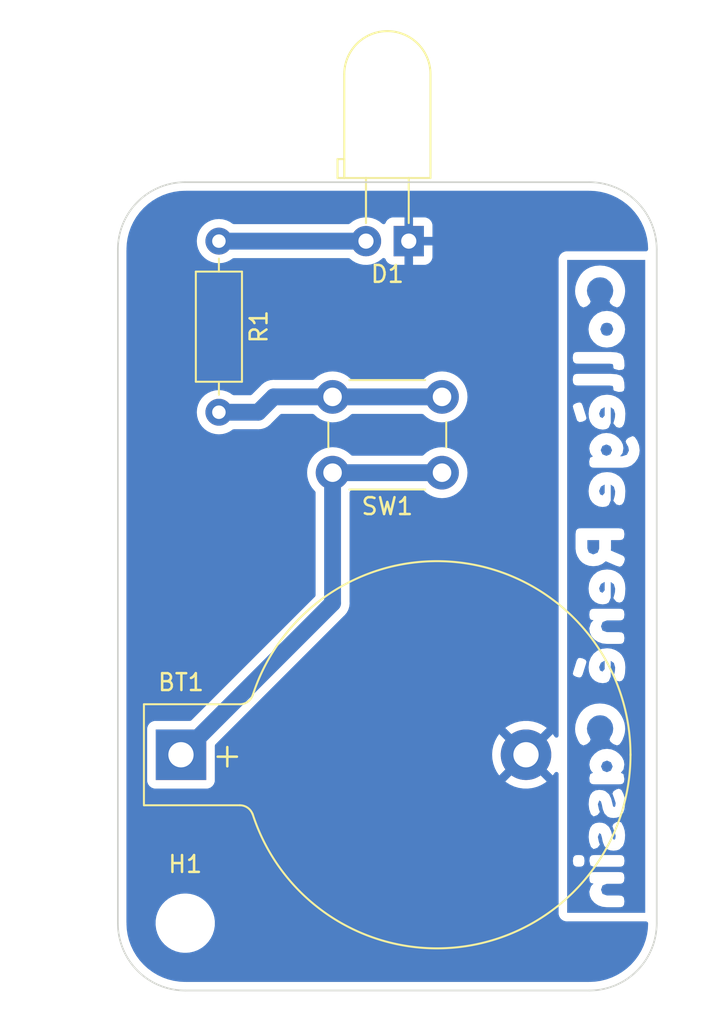
<source format=kicad_pcb>
(kicad_pcb (version 20211014) (generator pcbnew)
  (layers (0 "F.Cu" signal) (31 "B.Cu" signal) (34 "B.Paste" user) (35 "F.Paste" user) (36 "B.SilkS" user "B.Silkscreen") (37 "F.SilkS" user "F.Silkscreen") (38 "B.Mask" user) (39 "F.Mask" user) (44 "Edge.Cuts" user))
  (net 0 "")
  (net 1 "Net-(BT1-Pad1)")
  (net 2 "GND")
  (net 3 "Net-(D1-Pad2)")
  (net 4 "Net-(R1-Pad2)")
  (footprint "MountingHole:MountingHole_2.5mm" (layer "F.Cu") (at 123 109)
    (fp_text reference "H1" (at 0 -3.5) (layer "F.SilkS"))
    (fp_text value "MountingHole_Pad" hide)
    (pad "" np_thru_hole circle (at 0 0) (size 2.5 2.5) (drill 2.5) (layers *.Cu *.Mask))
  )
  (footprint "LED_THT:LED_D5.0mm_Horizontal_O3.81mm_Z15.0mm" (layer "F.Cu") (at 136.275 68.5 180)
    (fp_text reference "D1" (at 1.27 -1.96) (layer "F.SilkS"))
    (fp_text value "LED")
    (fp_line (start 2.54 3.75) (end 2.54 3.75) (layer "F.SilkS") (width 0.12))
    (fp_line (start 0 3.75) (end 0 3.75) (layer "F.SilkS") (width 0.12))
    (fp_line (start 2.54 3.75) (end 2.54 1.08) (layer "F.SilkS") (width 0.12))
    (fp_line (start 4.23 4.87) (end 3.83 4.87) (layer "F.SilkS") (width 0.12))
    (fp_line (start 0 3.75) (end 0 1.08) (layer "F.SilkS") (width 0.12))
    (fp_line (start 0 1.08) (end 0 1.08) (layer "F.SilkS") (width 0.12))
    (fp_line (start 3.83 3.75) (end 3.83 9.91) (layer "F.SilkS") (width 0.12))
    (fp_line (start 3.83 3.75) (end 4.23 3.75) (layer "F.SilkS") (width 0.12))
    (fp_line (start -1.29 3.75) (end -1.29 9.91) (layer "F.SilkS") (width 0.12))
    (fp_line (start 2.54 1.08) (end 2.54 3.75) (layer "F.SilkS") (width 0.12))
    (fp_line (start 2.54 1.08) (end 2.54 1.08) (layer "F.SilkS") (width 0.12))
    (fp_line (start 0 1.08) (end 0 3.75) (layer "F.SilkS") (width 0.12))
    (fp_line (start 4.23 3.75) (end 4.23 4.87) (layer "F.SilkS") (width 0.12))
    (fp_line (start -1.29 3.75) (end 3.83 3.75) (layer "F.SilkS") (width 0.12))
    (fp_line (start 3.83 4.87) (end 3.83 3.75) (layer "F.SilkS") (width 0.12))
    (fp_arc (start 3.83 9.91) (mid 1.27 12.47) (end -1.29 9.91) (layer "F.SilkS") (width 0.12))
    (pad "1" thru_hole rect (at 0 0 180) (size 1.8 1.8) (drill 0.9) (layers *.Cu *.Mask) (net 2 "GND"))
    (pad "2" thru_hole circle (at 2.54 0 180) (size 1.8 1.8) (drill 0.9) (layers *.Cu *.Mask) (net 3 "Net-(D1-Pad2)"))
  )
  (footprint "Resistor_THT:R_Axial_DIN0207_L6.3mm_D2.5mm_P10.16mm_Horizontal" (layer "F.Cu") (at 125 68.5 -90)
    (fp_text reference "R1" (at 5.08 -2.37 90) (layer "F.SilkS"))
    (fp_text value "R")
    (fp_line (start 1.81 -1.37) (end 1.81 1.37) (layer "F.SilkS") (width 0.12))
    (fp_line (start 1.81 1.37) (end 8.35 1.37) (layer "F.SilkS") (width 0.12))
    (fp_line (start 9.12 0) (end 8.35 0) (layer "F.SilkS") (width 0.12))
    (fp_line (start 8.35 1.37) (end 8.35 -1.37) (layer "F.SilkS") (width 0.12))
    (fp_line (start 8.35 -1.37) (end 1.81 -1.37) (layer "F.SilkS") (width 0.12))
    (fp_line (start 1.04 0) (end 1.81 0) (layer "F.SilkS") (width 0.12))
    (pad "1" thru_hole circle (at 0 0 270) (size 1.6 1.6) (drill 0.8) (layers *.Cu *.Mask) (net 3 "Net-(D1-Pad2)"))
    (pad "2" thru_hole oval (at 10.16 0 270) (size 1.6 1.6) (drill 0.8) (layers *.Cu *.Mask) (net 4 "Net-(R1-Pad2)"))
  )
  (footprint "Battery:BatteryHolder_Keystone_103_1x20mm" (layer "F.Cu") (at 122.747584 99)
    (fp_text reference "BT1" (at 0 -4.3) (layer "F.SilkS"))
    (fp_text value "Battery_Cell")
    (fp_text user "+" (at 2.75 0) (layer "F.SilkS") (effects (font (size 1.5 1.5))))
    (fp_line (start -2.2 -3) (end 3.5 -3) (layer "F.SilkS") (width 0.12))
    (fp_line (start -2.2 3) (end 3.5 3) (layer "F.SilkS") (width 0.12))
    (fp_line (start -2.2 3) (end -2.2 -3) (layer "F.SilkS") (width 0.12))
    (fp_arc (start 26.695671 -0.045281) (mid 16.993514 11.35499) (end 4.25 3.5) (layer "F.SilkS") (width 0.12))
    (fp_arc (start 3.5 3) (mid 3.958861 3.144678) (end 4.251754 3.526384) (layer "F.SilkS") (width 0.12))
    (fp_arc (start 4.25 -3.5) (mid 16.993514 -11.35499) (end 26.695671 0.045281) (layer "F.SilkS") (width 0.12))
    (fp_arc (start 4.251754 -3.526384) (mid 3.958861 -3.144678) (end 3.5 -3) (layer "F.SilkS") (width 0.12))
    (pad "1" thru_hole rect (at 0 0) (size 3 3) (drill 1.5) (layers *.Cu *.Mask) (net 1 "Net-(BT1-Pad1)"))
    (pad "2" thru_hole circle (at 20.49 0) (size 3 3) (drill 1.5) (layers *.Cu *.Mask) (net 2 "GND"))
  )
  (footprint "Button_Switch_THT:SW_PUSH_6mm" (layer "F.Cu") (at 138.25 82.25 180)
    (fp_text reference "SW1" (at 3.25 -2) (layer "F.SilkS"))
    (fp_text value "SW_Push")
    (fp_line (start 5.5 -1) (end 1 -1) (layer "F.SilkS") (width 0.12))
    (fp_line (start 1 5.5) (end 5.5 5.5) (layer "F.SilkS") (width 0.12))
    (fp_line (start 6.75 3) (end 6.75 1.5) (layer "F.SilkS") (width 0.12))
    (fp_line (start -0.25 1.5) (end -0.25 3) (layer "F.SilkS") (width 0.12))
    (pad "1" thru_hole circle (at 0 0 270) (size 2 2) (drill 1.1) (layers *.Cu *.Mask) (net 1 "Net-(BT1-Pad1)"))
    (pad "1" thru_hole circle (at 6.5 0 270) (size 2 2) (drill 1.1) (layers *.Cu *.Mask) (net 1 "Net-(BT1-Pad1)"))
    (pad "2" thru_hole circle (at 0 4.5 270) (size 2 2) (drill 1.1) (layers *.Cu *.Mask) (net 4 "Net-(R1-Pad2)"))
    (pad "2" thru_hole circle (at 6.5 4.5 270) (size 2 2) (drill 1.1) (layers *.Cu *.Mask) (net 4 "Net-(R1-Pad2)"))
  )
  (footprint "kibuzzard-62986B6A" (layer "B.Cu") (at 148 89 -90)
    (fp_text reference "kibuzzard-62986B6A" hide)
    (fp_text value "G***" hide)
    (fp_poly (pts (xy 4.913313 0.091281) (xy 5.064125 0.218281) (xy 4.994672 0.365125) (xy 4.796234 0.420688) (xy 4.54025 0.315516) (xy 4.41325 0.091281) (xy 4.913313 0.091281)) (layer "B.Cu") (width 0) (fill solid))
    (fp_poly (pts (xy 0.234156 0.091281) (xy 0.384969 0.218281) (xy 0.315516 0.365125) (xy 0.117078 0.420688) (xy -0.138906 0.315516) (xy -0.265906 0.091281) (xy 0.234156 0.091281)) (layer "B.Cu") (width 0) (fill solid))
    (fp_poly (pts (xy 10.342563 -0.043656) (xy 10.44575 -0.279797) (xy 10.695781 -0.384969) (xy 10.939859 -0.277813) (xy 11.037094 -0.041672) (xy 10.943828 0.198438) (xy 10.693797 0.309563) (xy 10.439797 0.198438) (xy 10.342563 -0.043656)) (layer "B.Cu") (width 0) (fill solid))
    (fp_poly (pts (xy -19.053969 2.319073) (xy -18.514715 1.510605) (xy -18.31975 1.635125) (xy -18.060017 1.754188) (xy -17.799403 1.825625) (xy -17.537906 1.849438) (xy -17.349887 1.835051) (xy -17.158891 1.791891) (xy -16.867188 1.674813) (xy -16.771938 1.61925) (xy -16.660812 1.547813) (xy -16.557625 1.359297) (xy -16.640969 1.139031) (xy -16.787813 0.978297) (xy -16.918781 0.924719) (xy -17.121188 1.012031) (xy -17.315656 1.113234) (xy -17.565688 1.146969) (xy -17.821672 1.10232) (xy -18.073688 0.968375) (xy -18.272125 0.722313) (xy -18.331656 0.553145) (xy -18.3515 0.363141) (xy -18.331656 0.173137) (xy -18.272125 0.003969) (xy -18.069719 -0.246063) (xy -17.822664 -0.377031) (xy -17.565688 -0.420688) (xy -17.333516 -0.388938) (xy -17.17675 -0.325438) (xy -17.105313 -0.273844) (xy -16.914813 -0.194469) (xy -16.78682 -0.250031) (xy -16.648906 -0.416719) (xy -16.561594 -0.638969) (xy -16.615172 -0.777875) (xy -16.740188 -0.877094) (xy -16.877109 -0.960438) (xy -17.145 -1.063625) (xy -17.343934 -1.11125) (xy -17.535922 -1.127125) (xy -17.72543 -1.114723) (xy -17.916922 -1.077516) (xy -18.112383 -1.011039) (xy -18.313797 -0.910828) (xy -18.50777 -0.780852) (xy -18.680906 -0.625078) (xy -18.829238 -0.432594) (xy -18.948797 -0.192484) (xy -19.027676 0.082848) (xy -19.053969 0.381) (xy -19.028172 0.676176) (xy -18.950781 0.942578) (xy -18.833207 1.172766) (xy -18.686859 1.359297) (xy -18.514715 1.510605) (xy -19.053969 2.319073) (xy -19.384698 2.319073) (xy -19.384698 -2.319073) (xy -15.775781 -0.994172) (xy -16.002496 -0.83443) (xy -16.190516 -0.613172) (xy -16.31702 -0.344785) (xy -16.359188 -0.043656) (xy -16.322146 0.255323) (xy -16.211021 0.51726) (xy -16.025813 0.742156) (xy -15.792979 0.914135) (xy -15.538979 1.017323) (xy -15.263813 1.051719) (xy -14.989087 1.017543) (xy -13.918406 1.639094) (xy -13.912453 1.776016) (xy -13.878719 1.881188) (xy -13.773547 1.961555) (xy -13.569156 1.988344) (xy -13.372703 1.961555) (xy -13.267531 1.881188) (xy -13.229828 1.774031) (xy -13.223875 1.635125) (xy -12.620625 1.639094) (xy -12.614672 1.776016) (xy -12.580938 1.881188) (xy -12.475766 1.961555) (xy -12.271375 1.988344) (xy -12.074922 1.961555) (xy -11.96975 1.881188) (xy -11.932047 1.774031) (xy -11.926094 1.635125) (xy -10.0965 1.198563) (xy -10.751344 1.404938) (xy -10.89025 1.480344) (xy -10.922 1.589484) (xy -10.89025 1.750219) (xy -10.80393 1.925836) (xy -10.695781 1.984375) (xy -10.576719 1.956594) (xy -9.921875 1.754188) (xy -9.838531 1.722438) (xy -9.751219 1.589484) (xy -9.782969 1.404938) (xy -9.869289 1.22932) (xy -9.977438 1.170781) (xy -10.0965 1.198563) (xy -11.926094 1.635125) (xy -11.926094 -0.202406) (xy -11.902281 -0.382984) (xy -11.797109 -0.420688) (xy -11.687969 -0.426641) (xy -11.6205 -0.460375) (xy -11.27125 -0.547247) (xy -11.354594 -0.307799) (xy -11.382375 -0.051594) (xy -11.346436 0.259512) (xy -11.238618 0.52608) (xy -11.058922 0.748109) (xy -10.825427 0.914576) (xy -10.556214 1.014457) (xy -10.251281 1.04775) (xy -9.993809 1.023441) (xy -9.773047 0.950516) (xy -9.588996 0.828973) (xy -9.441656 0.658813) (xy -9.340453 0.443012) (xy -9.306719 0.208359) (xy -9.33698 -0.003969) (xy -9.427766 -0.152797) (xy -9.695656 -0.269875) (xy -10.63625 -0.269875) (xy -10.505281 -0.456406) (xy -10.243344 -0.531813) (xy -10.037961 -0.519906) (xy -9.882188 -0.484188) (xy -9.838531 -0.468313) (xy -9.679781 -0.424656) (xy -9.4615 -0.60325) (xy -9.409906 -0.785813) (xy -9.46274 -0.940346) (xy -9.621242 -1.050727) (xy -8.41838 -0.990203) (xy -8.624094 -0.889) (xy -8.820547 -0.720328) (xy -8.980399 -0.506677) (xy -9.076311 -0.270536) (xy -9.108281 -0.011906) (xy -9.07609 0.246944) (xy -8.979517 0.483747) (xy -8.818563 0.6985) (xy -8.619243 0.868274) (xy -8.407576 0.970139) (xy -8.183563 1.004094) (xy -7.9375 0.954484) (xy -7.784703 0.863203) (xy -7.719219 0.785813) (xy -7.637859 0.954484) (xy -7.413625 1.012031) (xy -7.187406 0.988219) (xy -7.086203 0.906859) (xy -7.050484 0.805656) (xy -7.044531 0.670719) (xy -6.750623 0.259512) (xy -6.642806 0.52608) (xy -6.463109 0.748109) (xy -6.229615 0.914576) (xy -5.960401 1.014457) (xy -5.655469 1.04775) (xy -5.397996 1.023441) (xy -5.177234 0.950516) (xy -4.993184 0.828973) (xy -4.845844 0.658813) (xy -4.744641 0.443012) (xy -4.710906 0.208359) (xy -4.741168 -0.003969) (xy -4.831953 -0.152797) (xy -5.099844 -0.269875) (xy -6.040438 -0.269875) (xy -5.909469 -0.456406) (xy -5.647531 -0.531813) (xy -5.442148 -0.519906) (xy -5.286375 -0.484188) (xy -5.242719 -0.468313) (xy -5.083969 -0.424656) (xy -4.865688 -0.60325) (xy -4.814094 -0.785813) (xy -3.448844 -0.73025) (xy -3.448844 1.472406) (xy -3.442891 1.609328) (xy -3.405188 1.7145) (xy -3.300016 1.794867) (xy -3.095625 1.821656) (xy -2.238375 1.821656) (xy -2.007747 1.793434) (xy -1.781528 1.708767) (xy -1.559719 1.567656) (xy -1.414859 1.422797) (xy 4.472781 1.170781) (xy 4.364633 1.22932) (xy 4.278313 1.404938) (xy 4.246563 1.567656) (xy 4.274344 1.670844) (xy 4.417219 1.754188) (xy 5.072063 1.956594) (xy 5.191125 1.984375) (xy 5.298281 1.925836) (xy 5.381625 1.750219) (xy 5.413375 1.589484) (xy 5.385594 1.488281) (xy 5.242719 1.404938) (xy 4.591844 1.198563) (xy 4.472781 1.170781) (xy -1.414859 1.422797) (xy -1.297781 1.234281) (xy -1.220391 1.012031) (xy -1.194594 0.765969) (xy -1.227667 0.484628) (xy -1.326885 0.238566) (xy -1.49225 0.027781) (xy -1.423458 -0.134938) (xy -1.3335 -0.342635) (xy -0.892969 -0.547247) (xy -0.976313 -0.307799) (xy -1.004094 -0.051594) (xy -0.968155 0.259512) (xy -0.860337 0.52608) (xy -0.680641 0.748109) (xy -0.447146 0.914576) (xy -0.177932 1.014457) (xy 0.127 1.04775) (xy 0.384473 1.023441) (xy 0.605234 0.950516) (xy 0.789285 0.828973) (xy 0.936625 0.658813) (xy 1.037828 0.443012) (xy 1.071563 0.208359) (xy 1.041301 -0.003969) (xy 1.329531 -0.734219) (xy 1.329531 0.670719) (xy 1.335484 0.803672) (xy 1.373188 0.904875) (xy 1.477367 0.979289) (xy 1.678781 1.004094) (xy 1.874242 0.981273) (xy 1.976438 0.912813) (xy 2.016125 0.750094) (xy 2.087563 0.829469) (xy 2.194719 0.912813) (xy 2.492375 1.004094) (xy 2.742186 0.970359) (xy 2.962451 0.869156) (xy 3.153172 0.700484) (xy 3.299795 0.483306) (xy 3.387769 0.236582) (xy 3.417094 -0.039688) (xy 3.702844 -0.307799) (xy 3.675063 -0.051594) (xy 3.711002 0.259512) (xy 3.818819 0.52608) (xy 3.998516 0.748109) (xy 4.23201 0.914576) (xy 4.501224 1.014457) (xy 4.806156 1.04775) (xy 5.063629 1.023441) (xy 5.284391 0.950516) (xy 5.468441 0.828973) (xy 5.615781 0.658813) (xy 5.716984 0.443012) (xy 5.750719 0.208359) (xy 5.720457 -0.003969) (xy 5.629672 -0.152797) (xy 5.361781 -0.269875) (xy 4.421188 -0.269875) (xy 4.552156 -0.456406) (xy 4.814094 -0.531813) (xy 5.019477 -0.519906) (xy 5.17525 -0.484188) (xy 5.218906 -0.468313) (xy 5.377656 -0.424656) (xy 7.17798 -0.432594) (xy 7.058422 -0.192484) (xy 6.979543 0.082848) (xy 6.95325 0.381) (xy 6.979047 0.676176) (xy 7.056438 0.942578) (xy 7.174012 1.172766) (xy 7.320359 1.359297) (xy 7.492504 1.510605) (xy 7.687469 1.635125) (xy 7.947201 1.754188) (xy 8.207816 1.825625) (xy 8.469313 1.849438) (xy 8.657332 1.835051) (xy 8.848328 1.791891) (xy 9.140031 1.674813) (xy 9.235281 1.61925) (xy 9.346406 1.547813) (xy 9.449594 1.359297) (xy 9.36625 1.139031) (xy 9.219406 0.978297) (xy 10.147212 0.86166) (xy 10.363509 0.965509) (xy 10.592594 1.000125) (xy 10.838656 0.9525) (xy 10.993438 0.863203) (xy 11.064875 0.781844) (xy 11.155164 0.948531) (xy 11.378406 1.004094) (xy 11.608594 0.980281) (xy 11.713766 0.896938) (xy 11.749484 0.791766) (xy 11.755438 0.654844) (xy 11.755438 -0.734219) (xy 11.749484 -0.871141) (xy 12.088813 -0.900906) (xy 12.013406 -0.750094) (xy 12.051109 -0.620117) (xy 12.164219 -0.436563) (xy 12.305109 -0.369094) (xy 12.569031 -0.466328) (xy 12.870656 -0.563563) (xy 13.052227 -0.53975) (xy 13.11275 -0.468313) (xy 13.046273 -0.402828) (xy 12.846844 -0.357188) (xy 12.597805 -0.292695) (xy 12.35075 -0.170656) (xy 12.16025 0.053578) (xy 12.103695 0.220762) (xy 12.084844 0.416719) (xy 12.119293 0.642461) (xy 12.222639 0.818039) (xy 12.394883 0.943451) (xy 12.636024 1.018699) (xy 12.946063 1.043781) (xy 13.231813 1.010047) (xy 13.5255 0.908844) (xy 13.664406 0.750094) (xy 13.577094 0.515938) (xy 13.3985 0.377031) (xy 13.221891 0.436563) (xy 12.942094 0.496094) (xy 12.707938 0.408781) (xy 12.775406 0.310555) (xy 12.977813 0.254) (xy 13.235781 0.202406) (xy 13.485813 0.103188) (xy 13.678297 -0.089297) (xy 13.73634 -0.243582) (xy 13.755688 -0.432594) (xy 13.73634 -0.62359) (xy 13.678297 -0.783828) (xy 13.462 -1.000125) (xy 13.278335 -1.068476) (xy 13.066007 -1.109486) (xy 12.825016 -1.123156) (xy 12.573 -1.098462) (xy 12.327599 -1.024378) (xy 12.088813 -0.900906) (xy 11.749484 -0.871141) (xy 11.71575 -0.976313) (xy 11.620004 -1.053703) (xy 11.443891 -1.0795) (xy 11.154172 -1.025922) (xy 11.068844 -0.869156) (xy 10.872887 -1.026914) (xy 10.578703 -1.0795) (xy 10.355351 -1.044663) (xy 10.143023 -0.940153) (xy 9.941719 -0.765969) (xy 9.778559 -0.545703) (xy 9.680663 -0.302948) (xy 9.648031 -0.037703) (xy 9.680884 0.227321) (xy 9.779441 0.469415) (xy 9.943703 0.688578) (xy 10.147212 0.86166) (xy 9.219406 0.978297) (xy 9.088438 0.924719) (xy 8.886031 1.012031) (xy 8.691563 1.113234) (xy 8.441531 1.146969) (xy 8.185547 1.10232) (xy 7.933531 0.968375) (xy 7.735094 0.722313) (xy 7.675563 0.553145) (xy 7.655719 0.363141) (xy 7.675563 0.173137) (xy 7.735094 0.003969) (xy 7.9375 -0.246063) (xy 8.184555 -0.377031) (xy 8.441531 -0.420688) (xy 8.673703 -0.388938) (xy 8.830469 -0.325438) (xy 8.901906 -0.273844) (xy 9.092406 -0.194469) (xy 9.220398 -0.250031) (xy 9.358313 -0.416719) (xy 9.445625 -0.638969) (xy 9.392047 -0.777875) (xy 9.267031 -0.877094) (xy 9.130109 -0.960438) (xy 8.862219 -1.063625) (xy 8.663285 -1.11125) (xy 8.471297 -1.127125) (xy 8.281789 -1.114723) (xy 8.090297 -1.077516) (xy 7.894836 -1.011039) (xy 7.693422 -0.910828) (xy 7.499449 -0.780852) (xy 7.326313 -0.625078) (xy 7.17798 -0.432594) (xy 5.377656 -0.424656) (xy 5.595938 -0.60325) (xy 5.647531 -0.785813) (xy 5.594697 -0.940346) (xy 5.436195 -1.050727) (xy 5.172025 -1.116955) (xy 4.802188 -1.139031) (xy 4.524871 -1.11373) (xy 4.280297 -1.037828) (xy 4.077395 -0.920254) (xy 3.925094 -0.769938) (xy 3.786188 -0.547247) (xy 3.702844 -0.307799) (xy 3.417094 -0.039688) (xy 3.417094 -0.738188) (xy 3.411141 -0.875109) (xy 3.377406 -0.976313) (xy 3.272234 -1.05668) (xy 3.067844 -1.083469) (xy 2.845594 -1.046758) (xy 2.742406 -0.936625) (xy 2.718594 -0.734219) (xy 2.718594 -0.035719) (xy 2.625328 0.218281) (xy 2.375297 0.309563) (xy 2.121297 0.214313) (xy 2.024062 -0.035719) (xy 2.024062 -0.738188) (xy 2.018109 -0.875109) (xy 1.980406 -0.976313) (xy 1.878211 -1.05668) (xy 1.674813 -1.083469) (xy 1.473398 -1.05668) (xy 1.369219 -0.976313) (xy 1.335484 -0.871141) (xy 1.329531 -0.734219) (xy 1.041301 -0.003969) (xy 0.950516 -0.152797) (xy 0.682625 -0.269875) (xy -0.257969 -0.269875) (xy -0.127 -0.456406) (xy 0.134938 -0.531813) (xy 0.34032 -0.519906) (xy 0.496094 -0.484188) (xy 0.53975 -0.468313) (xy 0.6985 -0.424656) (xy 0.916781 -0.60325) (xy 0.968375 -0.785813) (xy 0.915541 -0.940346) (xy 0.757039 -1.050727) (xy 0.492869 -1.116955) (xy 0.123031 -1.139031) (xy -0.154285 -1.11373) (xy -0.398859 -1.037828) (xy -0.601762 -0.920254) (xy -0.754063 -0.769938) (xy -0.892969 -0.547247) (xy -1.3335 -0.342635) (xy -1.222375 -0.595313) (xy -1.162844 -0.801688) (xy -1.224359 -0.940594) (xy -1.408906 -1.055688) (xy -1.613297 -1.11125) (xy -1.740297 -1.073547) (xy -1.813719 -0.996156) (xy -1.865753 -0.882826) (xy -1.968941 -0.643378) (xy -2.123281 -0.277813) (xy -2.246313 -0.28575) (xy -2.746375 -0.28575) (xy -2.746375 -0.734219) (xy -2.752328 -0.871141) (xy -2.790031 -0.976313) (xy -2.895203 -1.05668) (xy -3.099594 -1.083469) (xy -3.319859 -1.046758) (xy -3.425031 -0.936625) (xy -3.448844 -0.73025) (xy -4.814094 -0.785813) (xy -4.866928 -0.940346) (xy -5.02543 -1.050727) (xy -5.2896 -1.116955) (xy -5.659438 -1.139031) (xy -5.936754 -1.11373) (xy -6.181328 -1.037828) (xy -6.38423 -0.920254) (xy -6.536531 -0.769938) (xy -6.675438 -0.547247) (xy -6.758781 -0.307799) (xy -6.786563 -0.051594) (xy -6.750623 0.259512) (xy -7.044531 0.670719) (xy -7.044531 -0.972344) (xy -7.079809 -1.256991) (xy -7.185642 -1.502392) (xy -7.362031 -1.708547) (xy -7.582517 -1.86399) (xy -7.820642 -1.957255) (xy -8.076406 -1.988344) (xy -8.371086 -1.951633) (xy -8.651875 -1.8415) (xy -8.857258 -1.701602) (xy -8.925719 -1.575594) (xy -8.806656 -1.30175) (xy -8.689578 -1.186656) (xy -8.592344 -1.154906) (xy -8.47725 -1.202531) (xy -8.278813 -1.312664) (xy -8.0645 -1.349375) (xy -7.818438 -1.230313) (xy -7.723188 -0.944563) (xy -7.723188 -0.8255) (xy -7.918648 -0.974328) (xy -8.203406 -1.023938) (xy -8.41838 -0.990203) (xy -9.621242 -1.050727) (xy -9.885412 -1.116955) (xy -10.25525 -1.139031) (xy -10.532566 -1.11373) (xy -10.777141 -1.037828) (xy -10.980043 -0.920254) (xy -11.132344 -0.769938) (xy -11.27125 -0.547247) (xy -11.6205 -0.460375) (xy -11.541125 -0.742156) (xy -11.560969 -0.94357) (xy -11.6205 -1.04775) (xy -11.795125 -1.089422) (xy -12.112625 -1.071563) (xy -12.364641 -1.001117) (xy -12.5095 -0.869156) (xy -12.592844 -0.617141) (xy -12.620625 -0.250031) (xy -12.620625 1.639094) (xy -13.223875 1.635125) (xy -13.223875 -0.202406) (xy -13.200063 -0.382984) (xy -13.094891 -0.420688) (xy -12.98575 -0.426641) (xy -12.918281 -0.460375) (xy -12.838906 -0.742156) (xy -12.85875 -0.94357) (xy -12.918281 -1.04775) (xy -13.092906 -1.089422) (xy -13.410406 -1.071563) (xy -13.662422 -1.001117) (xy -13.807281 -0.869156) (xy -13.890625 -0.617141) (xy -13.918406 -0.250031) (xy -13.918406 1.639094) (xy -14.989087 1.017543) (xy -14.73641 0.915017) (xy -14.505781 0.744141) (xy -14.322778 0.520347) (xy -14.212976 0.259071) (xy -14.176375 -0.039688) (xy -14.219039 -0.350738) (xy -14.347031 -0.625078) (xy -14.536043 -0.847328) (xy -14.761766 -1.002109) (xy -15.010309 -1.092895) (xy -15.267781 -1.123156) (xy -15.52575 -1.09091) (xy -15.775781 -0.994172) (xy -19.384698 -2.319073) (xy -19.053969 -2.319073) (xy 19.053969 -2.319073) (xy 15.006726 -1.109486) (xy 14.765734 -1.123156) (xy 14.513719 -1.098462) (xy 14.268318 -1.024378) (xy 14.029531 -0.900906) (xy 13.954125 -0.750094) (xy 13.991828 -0.620117) (xy 14.104938 -0.436563) (xy 14.245828 -0.369094) (xy 14.50975 -0.466328) (xy 14.811375 -0.563563) (xy 14.992945 -0.53975) (xy 15.053469 -0.468313) (xy 14.986992 -0.402828) (xy 14.787563 -0.357188) (xy 14.538523 -0.292695) (xy 14.291469 -0.170656) (xy 14.100969 0.053578) (xy 14.044414 0.220762) (xy 14.025563 0.416719) (xy 14.060011 0.642461) (xy 14.163358 0.818039) (xy 14.335601 0.943451) (xy 14.576743 1.018699) (xy 14.886781 1.043781) (xy 15.172531 1.010047) (xy 15.466219 0.908844) (xy 15.605125 0.750094) (xy 15.954375 0.654844) (xy 15.960328 0.791766) (xy 15.994063 0.896938) (xy 16.099234 0.974328) (xy 16.303625 1.000125) (xy 16.5735 0.932656) (xy 16.644938 0.762) (xy 16.648906 0.646906) (xy 16.648906 -0.742156) (xy 16.642953 -0.879078) (xy 16.60525 -0.98425) (xy 16.503055 -1.061641) (xy 16.299656 -1.087438) (xy 16.098242 -1.060648) (xy 15.994063 -0.980281) (xy 15.960328 -0.877094) (xy 15.954375 -0.738188) (xy 15.954375 0.654844) (xy 15.605125 0.750094) (xy 15.517813 0.515938) (xy 15.339219 0.377031) (xy 15.162609 0.436563) (xy 14.882813 0.496094) (xy 14.648656 0.408781) (xy 14.716125 0.310555) (xy 14.918531 0.254) (xy 15.1765 0.202406) (xy 15.426531 0.103188) (xy 15.619016 -0.089297) (xy 15.677059 -0.243582) (xy 15.696406 -0.432594) (xy 15.677059 -0.62359) (xy 15.619016 -0.783828) (xy 15.402719 -1.000125) (xy 15.219054 -1.068476) (xy 15.006726 -1.109486) (xy 19.053969 -2.319073) (xy 19.384698 -2.319073) (xy 18.909109 -1.05668) (xy 18.704719 -1.083469) (xy 18.482469 -1.046758) (xy 18.379281 -0.936625) (xy 18.355469 -0.734219) (xy 18.355469 -0.035719) (xy 18.262203 0.218281) (xy 18.012172 0.309563) (xy 17.758172 0.214313) (xy 17.660938 -0.035719) (xy 17.660938 -0.738188) (xy 17.654984 -0.875109) (xy 17.617281 -0.976313) (xy 17.515086 -1.05668) (xy 17.311688 -1.083469) (xy 17.110273 -1.05668) (xy 17.006094 -0.976313) (xy 16.972359 -0.871141) (xy 16.966406 -0.734219) (xy 16.966406 0.670719) (xy 16.972359 0.803672) (xy 17.010063 0.904875) (xy 17.114242 0.979289) (xy 17.315656 1.004094) (xy 17.511117 0.981273) (xy 17.613313 0.912813) (xy 17.653 0.750094) (xy 17.724438 0.829469) (xy 17.831594 0.912813) (xy 18.12925 1.004094) (xy 18.379061 0.970359) (xy 18.599326 0.869156) (xy 18.790047 0.700484) (xy 18.93667 0.483306) (xy 19.024644 0.236582) (xy 19.053969 -0.039688) (xy 19.053969 -0.738188) (xy 19.048016 -0.875109) (xy 19.014281 -0.976313) (xy 18.909109 -1.05668) (xy 19.384698 -2.319073) (xy 19.384698 2.319073) (xy 16.504047 1.953617) (xy 16.60525 1.87325) (xy 16.642953 1.768078) (xy 16.648906 1.631156) (xy 16.642953 1.494234) (xy 16.607234 1.391047) (xy 16.502063 1.309688) (xy 16.301641 1.285875) (xy 16.101219 1.309688) (xy 15.996047 1.393031) (xy 15.960328 1.498203) (xy 15.954375 1.635125) (xy 15.960328 1.772047) (xy 15.994063 1.87325) (xy 16.099234 1.953617) (xy 16.303625 1.980406) (xy 16.504047 1.953617) (xy 19.384698 2.319073) (xy 19.053969 2.319073) (xy -19.053969 2.319073)) (layer "B.Cu") (width 0) (fill solid))
    (fp_poly (pts (xy -15.529719 -0.327422) (xy -15.27175 -0.424656) (xy -15.009813 -0.325438) (xy -14.911586 -0.202406) (xy -14.878844 -0.03175) (xy -14.909602 0.137914) (xy -15.001875 0.257969) (xy -15.267781 0.353219) (xy -15.533688 0.254) (xy -15.625961 0.131465) (xy -15.656719 -0.037703) (xy -15.624969 -0.206375) (xy -15.529719 -0.327422)) (layer "B.Cu") (width 0) (fill solid))
    (fp_poly (pts (xy -8.429625 -0.013891) (xy -8.328422 -0.246063) (xy -8.082359 -0.34925) (xy -7.84225 -0.244078) (xy -7.747 -0.013891) (xy -7.838281 0.220266) (xy -8.084344 0.329406) (xy -8.334375 0.22225) (xy -8.429625 -0.013891)) (layer "B.Cu") (width 0) (fill solid))
    (fp_poly (pts (xy -10.144125 0.091281) (xy -9.993313 0.218281) (xy -10.062766 0.365125) (xy -10.261203 0.420688) (xy -10.517188 0.315516) (xy -10.644188 0.091281) (xy -10.144125 0.091281)) (layer "B.Cu") (width 0) (fill solid))
    (fp_poly (pts (xy -2.746375 0.416719) (xy -2.238375 0.416719) (xy -2.008188 0.504031) (xy -1.893094 0.765969) (xy -2.008188 1.029891) (xy -2.246313 1.119188) (xy -2.746375 1.119188) (xy -2.746375 0.416719)) (layer "B.Cu") (width 0) (fill solid))
    (fp_poly (pts (xy -5.548313 0.091281) (xy -5.3975 0.218281) (xy -5.466953 0.365125) (xy -5.665391 0.420688) (xy -5.921375 0.315516) (xy -6.048375 0.091281) (xy -5.548313 0.091281)) (layer "B.Cu") (width 0) (fill solid))
  )
  (gr_line (start 119 69) (end 119 109) (layer "Edge.Cuts") (width 0.1))
  (gr_arc (start 119 69) (mid 120.171573 66.171573) (end 123 65) (layer "Edge.Cuts") (width 0.1))
  (gr_line (start 123 65) (end 147 65) (layer "Edge.Cuts") (width 0.1))
  (gr_arc (start 123 113) (mid 120.171573 111.828427) (end 119 109) (layer "Edge.Cuts") (width 0.1))
  (gr_line (start 123 113) (end 147 113) (layer "Edge.Cuts") (width 0.1))
  (gr_line (start 151 69) (end 151 109) (layer "Edge.Cuts") (width 0.1))
  (gr_arc (start 147 65) (mid 149.828427 66.171573) (end 151 69) (layer "Edge.Cuts") (width 0.1))
  (gr_arc (start 151 109) (mid 149.828427 111.828427) (end 147 113) (layer "Edge.Cuts") (width 0.1))
  (segment (start 131.75 89.997584) (end 122.747584 99) (width 1) (layer "B.Cu") (net 1))
  (segment (start 131.75 82.25) (end 131.75 89.997584) (width 1) (layer "B.Cu") (net 1))
  (segment (start 138.25 82.25) (end 131.75 82.25) (width 1) (layer "B.Cu") (net 1))
  (segment (start 133.735 68.5) (end 125 68.5) (width 1) (layer "B.Cu") (net 3))
  (segment (start 127.34 78.66) (end 128.25 77.75) (width 1) (layer "B.Cu") (net 4))
  (segment (start 125 78.66) (end 127.34 78.66) (width 1) (layer "B.Cu") (net 4))
  (segment (start 128.25 77.75) (end 131.75 77.75) (width 1) (layer "B.Cu") (net 4))
  (segment (start 131.75 77.75) (end 138.25 77.75) (width 1) (layer "B.Cu") (net 4))
  (zone (net 2) (net_name "GND") (layer "B.Cu") (connect_pads (clearance 0.508)) (min_thickness 0.254) (fill yes (thermal_gap 0.508) (thermal_bridge_width 0.508))
    (polygon (pts (xy 154 115) (xy 113 115) (xy 112 64) (xy 154 64)))
  )
)
</source>
